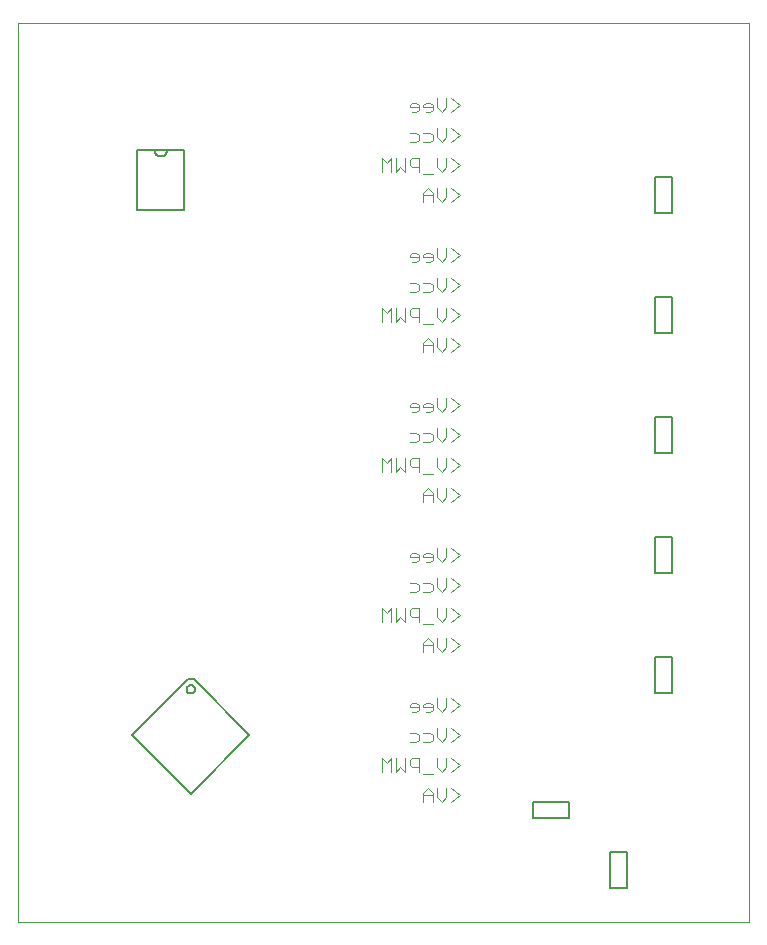
<source format=gbo>
G75*
%MOIN*%
%OFA0B0*%
%FSLAX25Y25*%
%IPPOS*%
%LPD*%
%AMOC8*
5,1,8,0,0,1.08239X$1,22.5*
%
%ADD10C,0.00000*%
%ADD11C,0.00400*%
%ADD12C,0.00600*%
%ADD13C,0.00800*%
D10*
X0001800Y0002844D02*
X0001800Y0302805D01*
X0245501Y0302805D01*
X0245501Y0002844D01*
X0001800Y0002844D01*
D11*
X0123011Y0053044D02*
X0123011Y0057648D01*
X0124546Y0056114D01*
X0126080Y0057648D01*
X0126080Y0053044D01*
X0127615Y0053044D02*
X0127615Y0057648D01*
X0130684Y0057648D02*
X0130684Y0053044D01*
X0129150Y0054579D01*
X0127615Y0053044D01*
X0132219Y0055346D02*
X0132986Y0054579D01*
X0135288Y0054579D01*
X0135288Y0053044D02*
X0135288Y0057648D01*
X0132986Y0057648D01*
X0132219Y0056881D01*
X0132219Y0055346D01*
X0136823Y0052277D02*
X0139892Y0052277D01*
X0141427Y0054579D02*
X0141427Y0057648D01*
X0141427Y0054579D02*
X0142961Y0053044D01*
X0144496Y0054579D01*
X0144496Y0057648D01*
X0146031Y0057648D02*
X0149100Y0055346D01*
X0146031Y0053044D01*
X0146031Y0047648D02*
X0149100Y0045346D01*
X0146031Y0043044D01*
X0144496Y0044579D02*
X0142961Y0043044D01*
X0141427Y0044579D01*
X0141427Y0047648D01*
X0139892Y0046114D02*
X0138358Y0047648D01*
X0136823Y0046114D01*
X0136823Y0043044D01*
X0136823Y0045346D02*
X0139892Y0045346D01*
X0139892Y0046114D02*
X0139892Y0043044D01*
X0144496Y0044579D02*
X0144496Y0047648D01*
X0142961Y0063044D02*
X0141427Y0064579D01*
X0141427Y0067648D01*
X0139125Y0066114D02*
X0139892Y0065346D01*
X0139892Y0063812D01*
X0139125Y0063044D01*
X0136823Y0063044D01*
X0135288Y0063812D02*
X0135288Y0065346D01*
X0134521Y0066114D01*
X0132219Y0066114D01*
X0132219Y0063044D02*
X0134521Y0063044D01*
X0135288Y0063812D01*
X0136823Y0066114D02*
X0139125Y0066114D01*
X0142961Y0063044D02*
X0144496Y0064579D01*
X0144496Y0067648D01*
X0146031Y0067648D02*
X0149100Y0065346D01*
X0146031Y0063044D01*
X0146031Y0073044D02*
X0149100Y0075346D01*
X0146031Y0077648D01*
X0144496Y0077648D02*
X0144496Y0074579D01*
X0142961Y0073044D01*
X0141427Y0074579D01*
X0141427Y0077648D01*
X0139892Y0075346D02*
X0139125Y0076114D01*
X0137590Y0076114D01*
X0136823Y0075346D01*
X0136823Y0074579D01*
X0139892Y0074579D01*
X0139892Y0073812D02*
X0139892Y0075346D01*
X0139892Y0073812D02*
X0139125Y0073044D01*
X0137590Y0073044D01*
X0135288Y0073812D02*
X0135288Y0075346D01*
X0134521Y0076114D01*
X0132986Y0076114D01*
X0132219Y0075346D01*
X0132219Y0074579D01*
X0135288Y0074579D01*
X0135288Y0073812D02*
X0134521Y0073044D01*
X0132986Y0073044D01*
X0136823Y0093044D02*
X0136823Y0096114D01*
X0138358Y0097648D01*
X0139892Y0096114D01*
X0139892Y0093044D01*
X0141427Y0094579D02*
X0141427Y0097648D01*
X0139892Y0095346D02*
X0136823Y0095346D01*
X0141427Y0094579D02*
X0142961Y0093044D01*
X0144496Y0094579D01*
X0144496Y0097648D01*
X0146031Y0097648D02*
X0149100Y0095346D01*
X0146031Y0093044D01*
X0146031Y0103044D02*
X0149100Y0105346D01*
X0146031Y0107648D01*
X0144496Y0107648D02*
X0144496Y0104579D01*
X0142961Y0103044D01*
X0141427Y0104579D01*
X0141427Y0107648D01*
X0142961Y0113044D02*
X0141427Y0114579D01*
X0141427Y0117648D01*
X0139125Y0116114D02*
X0139892Y0115346D01*
X0139892Y0113812D01*
X0139125Y0113044D01*
X0136823Y0113044D01*
X0135288Y0113812D02*
X0134521Y0113044D01*
X0132219Y0113044D01*
X0132219Y0116114D02*
X0134521Y0116114D01*
X0135288Y0115346D01*
X0135288Y0113812D01*
X0136823Y0116114D02*
X0139125Y0116114D01*
X0142961Y0113044D02*
X0144496Y0114579D01*
X0144496Y0117648D01*
X0146031Y0117648D02*
X0149100Y0115346D01*
X0146031Y0113044D01*
X0139892Y0102277D02*
X0136823Y0102277D01*
X0135288Y0103044D02*
X0135288Y0107648D01*
X0132986Y0107648D01*
X0132219Y0106881D01*
X0132219Y0105346D01*
X0132986Y0104579D01*
X0135288Y0104579D01*
X0130684Y0103044D02*
X0129150Y0104579D01*
X0127615Y0103044D01*
X0127615Y0107648D01*
X0126080Y0107648D02*
X0124546Y0106114D01*
X0123011Y0107648D01*
X0123011Y0103044D01*
X0126080Y0103044D02*
X0126080Y0107648D01*
X0130684Y0107648D02*
X0130684Y0103044D01*
X0132986Y0123044D02*
X0134521Y0123044D01*
X0135288Y0123812D01*
X0135288Y0125346D01*
X0134521Y0126114D01*
X0132986Y0126114D01*
X0132219Y0125346D01*
X0132219Y0124579D01*
X0135288Y0124579D01*
X0136823Y0124579D02*
X0136823Y0125346D01*
X0137590Y0126114D01*
X0139125Y0126114D01*
X0139892Y0125346D01*
X0139892Y0123812D01*
X0139125Y0123044D01*
X0137590Y0123044D01*
X0136823Y0124579D02*
X0139892Y0124579D01*
X0141427Y0124579D02*
X0141427Y0127648D01*
X0141427Y0124579D02*
X0142961Y0123044D01*
X0144496Y0124579D01*
X0144496Y0127648D01*
X0146031Y0127648D02*
X0149100Y0125346D01*
X0146031Y0123044D01*
X0146031Y0143044D02*
X0149100Y0145346D01*
X0146031Y0147648D01*
X0144496Y0147648D02*
X0144496Y0144579D01*
X0142961Y0143044D01*
X0141427Y0144579D01*
X0141427Y0147648D01*
X0139892Y0146114D02*
X0138358Y0147648D01*
X0136823Y0146114D01*
X0136823Y0143044D01*
X0136823Y0145346D02*
X0139892Y0145346D01*
X0139892Y0146114D02*
X0139892Y0143044D01*
X0139892Y0152277D02*
X0136823Y0152277D01*
X0135288Y0153044D02*
X0135288Y0157648D01*
X0132986Y0157648D01*
X0132219Y0156881D01*
X0132219Y0155346D01*
X0132986Y0154579D01*
X0135288Y0154579D01*
X0130684Y0153044D02*
X0129150Y0154579D01*
X0127615Y0153044D01*
X0127615Y0157648D01*
X0126080Y0157648D02*
X0126080Y0153044D01*
X0123011Y0153044D02*
X0123011Y0157648D01*
X0124546Y0156114D01*
X0126080Y0157648D01*
X0130684Y0157648D02*
X0130684Y0153044D01*
X0132219Y0163044D02*
X0134521Y0163044D01*
X0135288Y0163812D01*
X0135288Y0165346D01*
X0134521Y0166114D01*
X0132219Y0166114D01*
X0136823Y0166114D02*
X0139125Y0166114D01*
X0139892Y0165346D01*
X0139892Y0163812D01*
X0139125Y0163044D01*
X0136823Y0163044D01*
X0141427Y0164579D02*
X0141427Y0167648D01*
X0141427Y0164579D02*
X0142961Y0163044D01*
X0144496Y0164579D01*
X0144496Y0167648D01*
X0146031Y0167648D02*
X0149100Y0165346D01*
X0146031Y0163044D01*
X0146031Y0157648D02*
X0149100Y0155346D01*
X0146031Y0153044D01*
X0144496Y0154579D02*
X0142961Y0153044D01*
X0141427Y0154579D01*
X0141427Y0157648D01*
X0144496Y0157648D02*
X0144496Y0154579D01*
X0142961Y0173044D02*
X0141427Y0174579D01*
X0141427Y0177648D01*
X0139892Y0175346D02*
X0139125Y0176114D01*
X0137590Y0176114D01*
X0136823Y0175346D01*
X0136823Y0174579D01*
X0139892Y0174579D01*
X0139892Y0173812D02*
X0139892Y0175346D01*
X0139892Y0173812D02*
X0139125Y0173044D01*
X0137590Y0173044D01*
X0135288Y0173812D02*
X0135288Y0175346D01*
X0134521Y0176114D01*
X0132986Y0176114D01*
X0132219Y0175346D01*
X0132219Y0174579D01*
X0135288Y0174579D01*
X0135288Y0173812D02*
X0134521Y0173044D01*
X0132986Y0173044D01*
X0142961Y0173044D02*
X0144496Y0174579D01*
X0144496Y0177648D01*
X0146031Y0177648D02*
X0149100Y0175346D01*
X0146031Y0173044D01*
X0146031Y0193044D02*
X0149100Y0195346D01*
X0146031Y0197648D01*
X0144496Y0197648D02*
X0144496Y0194579D01*
X0142961Y0193044D01*
X0141427Y0194579D01*
X0141427Y0197648D01*
X0139892Y0196114D02*
X0138358Y0197648D01*
X0136823Y0196114D01*
X0136823Y0193044D01*
X0136823Y0195346D02*
X0139892Y0195346D01*
X0139892Y0196114D02*
X0139892Y0193044D01*
X0139892Y0202277D02*
X0136823Y0202277D01*
X0135288Y0203044D02*
X0135288Y0207648D01*
X0132986Y0207648D01*
X0132219Y0206881D01*
X0132219Y0205346D01*
X0132986Y0204579D01*
X0135288Y0204579D01*
X0130684Y0203044D02*
X0129150Y0204579D01*
X0127615Y0203044D01*
X0127615Y0207648D01*
X0126080Y0207648D02*
X0126080Y0203044D01*
X0123011Y0203044D02*
X0123011Y0207648D01*
X0124546Y0206114D01*
X0126080Y0207648D01*
X0130684Y0207648D02*
X0130684Y0203044D01*
X0132219Y0213044D02*
X0134521Y0213044D01*
X0135288Y0213812D01*
X0135288Y0215346D01*
X0134521Y0216114D01*
X0132219Y0216114D01*
X0136823Y0216114D02*
X0139125Y0216114D01*
X0139892Y0215346D01*
X0139892Y0213812D01*
X0139125Y0213044D01*
X0136823Y0213044D01*
X0141427Y0214579D02*
X0141427Y0217648D01*
X0141427Y0214579D02*
X0142961Y0213044D01*
X0144496Y0214579D01*
X0144496Y0217648D01*
X0146031Y0217648D02*
X0149100Y0215346D01*
X0146031Y0213044D01*
X0146031Y0207648D02*
X0149100Y0205346D01*
X0146031Y0203044D01*
X0144496Y0204579D02*
X0142961Y0203044D01*
X0141427Y0204579D01*
X0141427Y0207648D01*
X0144496Y0207648D02*
X0144496Y0204579D01*
X0142961Y0223044D02*
X0141427Y0224579D01*
X0141427Y0227648D01*
X0139892Y0225346D02*
X0139125Y0226114D01*
X0137590Y0226114D01*
X0136823Y0225346D01*
X0136823Y0224579D01*
X0139892Y0224579D01*
X0139892Y0223812D02*
X0139892Y0225346D01*
X0139892Y0223812D02*
X0139125Y0223044D01*
X0137590Y0223044D01*
X0135288Y0223812D02*
X0135288Y0225346D01*
X0134521Y0226114D01*
X0132986Y0226114D01*
X0132219Y0225346D01*
X0132219Y0224579D01*
X0135288Y0224579D01*
X0135288Y0223812D02*
X0134521Y0223044D01*
X0132986Y0223044D01*
X0142961Y0223044D02*
X0144496Y0224579D01*
X0144496Y0227648D01*
X0146031Y0227648D02*
X0149100Y0225346D01*
X0146031Y0223044D01*
X0146031Y0243044D02*
X0149100Y0245346D01*
X0146031Y0247648D01*
X0144496Y0247648D02*
X0144496Y0244579D01*
X0142961Y0243044D01*
X0141427Y0244579D01*
X0141427Y0247648D01*
X0139892Y0246114D02*
X0138358Y0247648D01*
X0136823Y0246114D01*
X0136823Y0243044D01*
X0136823Y0245346D02*
X0139892Y0245346D01*
X0139892Y0246114D02*
X0139892Y0243044D01*
X0139892Y0252277D02*
X0136823Y0252277D01*
X0135288Y0253044D02*
X0135288Y0257648D01*
X0132986Y0257648D01*
X0132219Y0256881D01*
X0132219Y0255346D01*
X0132986Y0254579D01*
X0135288Y0254579D01*
X0130684Y0253044D02*
X0129150Y0254579D01*
X0127615Y0253044D01*
X0127615Y0257648D01*
X0126080Y0257648D02*
X0124546Y0256114D01*
X0123011Y0257648D01*
X0123011Y0253044D01*
X0126080Y0253044D02*
X0126080Y0257648D01*
X0130684Y0257648D02*
X0130684Y0253044D01*
X0132219Y0263044D02*
X0134521Y0263044D01*
X0135288Y0263812D01*
X0135288Y0265346D01*
X0134521Y0266114D01*
X0132219Y0266114D01*
X0136823Y0266114D02*
X0139125Y0266114D01*
X0139892Y0265346D01*
X0139892Y0263812D01*
X0139125Y0263044D01*
X0136823Y0263044D01*
X0141427Y0264579D02*
X0141427Y0267648D01*
X0141427Y0264579D02*
X0142961Y0263044D01*
X0144496Y0264579D01*
X0144496Y0267648D01*
X0146031Y0267648D02*
X0149100Y0265346D01*
X0146031Y0263044D01*
X0146031Y0257648D02*
X0149100Y0255346D01*
X0146031Y0253044D01*
X0144496Y0254579D02*
X0142961Y0253044D01*
X0141427Y0254579D01*
X0141427Y0257648D01*
X0144496Y0257648D02*
X0144496Y0254579D01*
X0142961Y0273044D02*
X0141427Y0274579D01*
X0141427Y0277648D01*
X0139892Y0275346D02*
X0139125Y0276114D01*
X0137590Y0276114D01*
X0136823Y0275346D01*
X0136823Y0274579D01*
X0139892Y0274579D01*
X0139892Y0273812D02*
X0139892Y0275346D01*
X0139892Y0273812D02*
X0139125Y0273044D01*
X0137590Y0273044D01*
X0135288Y0273812D02*
X0135288Y0275346D01*
X0134521Y0276114D01*
X0132986Y0276114D01*
X0132219Y0275346D01*
X0132219Y0274579D01*
X0135288Y0274579D01*
X0135288Y0273812D02*
X0134521Y0273044D01*
X0132986Y0273044D01*
X0142961Y0273044D02*
X0144496Y0274579D01*
X0144496Y0277648D01*
X0146031Y0277648D02*
X0149100Y0275346D01*
X0146031Y0273044D01*
D12*
X0213997Y0251423D02*
X0213997Y0239266D01*
X0219607Y0239266D01*
X0219607Y0251423D01*
X0213997Y0251423D01*
X0213997Y0211423D02*
X0213997Y0199266D01*
X0219607Y0199266D01*
X0219607Y0211423D01*
X0213997Y0211423D01*
X0213997Y0171423D02*
X0213997Y0159266D01*
X0219607Y0159266D01*
X0219607Y0171423D01*
X0213997Y0171423D01*
X0213997Y0131423D02*
X0213997Y0119266D01*
X0219607Y0119266D01*
X0219607Y0131423D01*
X0213997Y0131423D01*
X0213997Y0091423D02*
X0213997Y0079266D01*
X0219607Y0079266D01*
X0219607Y0091423D01*
X0213997Y0091423D01*
X0185379Y0043148D02*
X0173221Y0043148D01*
X0173221Y0037537D01*
X0185379Y0037537D01*
X0185379Y0043148D01*
X0198993Y0026423D02*
X0204603Y0026423D01*
X0204603Y0014266D01*
X0198993Y0014266D01*
X0198993Y0026423D01*
X0078815Y0065344D02*
X0060288Y0083871D01*
X0058312Y0083871D01*
X0039785Y0065344D01*
X0059300Y0045829D01*
X0078815Y0065344D01*
X0057886Y0080618D02*
X0057888Y0080693D01*
X0057894Y0080767D01*
X0057904Y0080841D01*
X0057917Y0080914D01*
X0057935Y0080987D01*
X0057956Y0081058D01*
X0057981Y0081129D01*
X0058010Y0081198D01*
X0058043Y0081265D01*
X0058079Y0081330D01*
X0058118Y0081394D01*
X0058160Y0081455D01*
X0058206Y0081514D01*
X0058255Y0081571D01*
X0058307Y0081624D01*
X0058361Y0081675D01*
X0058418Y0081724D01*
X0058478Y0081768D01*
X0058540Y0081810D01*
X0058604Y0081849D01*
X0058670Y0081884D01*
X0058737Y0081915D01*
X0058807Y0081943D01*
X0058877Y0081967D01*
X0058949Y0081988D01*
X0059022Y0082004D01*
X0059095Y0082017D01*
X0059170Y0082026D01*
X0059244Y0082031D01*
X0059319Y0082032D01*
X0059393Y0082029D01*
X0059468Y0082022D01*
X0059541Y0082011D01*
X0059615Y0081997D01*
X0059687Y0081978D01*
X0059758Y0081956D01*
X0059828Y0081930D01*
X0059897Y0081900D01*
X0059963Y0081867D01*
X0060028Y0081830D01*
X0060091Y0081790D01*
X0060152Y0081746D01*
X0060210Y0081700D01*
X0060266Y0081650D01*
X0060319Y0081598D01*
X0060370Y0081543D01*
X0060417Y0081485D01*
X0060461Y0081425D01*
X0060502Y0081362D01*
X0060540Y0081298D01*
X0060574Y0081232D01*
X0060605Y0081163D01*
X0060632Y0081094D01*
X0060655Y0081023D01*
X0060674Y0080951D01*
X0060690Y0080878D01*
X0060702Y0080804D01*
X0060710Y0080730D01*
X0060714Y0080655D01*
X0060714Y0080581D01*
X0060710Y0080506D01*
X0060702Y0080432D01*
X0060690Y0080358D01*
X0060674Y0080285D01*
X0060655Y0080213D01*
X0060632Y0080142D01*
X0060605Y0080073D01*
X0060574Y0080004D01*
X0060540Y0079938D01*
X0060502Y0079874D01*
X0060461Y0079811D01*
X0060417Y0079751D01*
X0060370Y0079693D01*
X0060319Y0079638D01*
X0060266Y0079586D01*
X0060210Y0079536D01*
X0060152Y0079490D01*
X0060091Y0079446D01*
X0060028Y0079406D01*
X0059963Y0079369D01*
X0059897Y0079336D01*
X0059828Y0079306D01*
X0059758Y0079280D01*
X0059687Y0079258D01*
X0059615Y0079239D01*
X0059541Y0079225D01*
X0059468Y0079214D01*
X0059393Y0079207D01*
X0059319Y0079204D01*
X0059244Y0079205D01*
X0059170Y0079210D01*
X0059095Y0079219D01*
X0059022Y0079232D01*
X0058949Y0079248D01*
X0058877Y0079269D01*
X0058807Y0079293D01*
X0058737Y0079321D01*
X0058670Y0079352D01*
X0058604Y0079387D01*
X0058540Y0079426D01*
X0058478Y0079468D01*
X0058418Y0079512D01*
X0058361Y0079561D01*
X0058307Y0079612D01*
X0058255Y0079665D01*
X0058206Y0079722D01*
X0058160Y0079781D01*
X0058118Y0079842D01*
X0058079Y0079906D01*
X0058043Y0079971D01*
X0058010Y0080038D01*
X0057981Y0080107D01*
X0057956Y0080178D01*
X0057935Y0080249D01*
X0057917Y0080322D01*
X0057904Y0080395D01*
X0057894Y0080469D01*
X0057888Y0080543D01*
X0057886Y0080618D01*
D13*
X0057140Y0240505D02*
X0041460Y0240505D01*
X0041460Y0260184D01*
X0057140Y0260184D01*
X0057140Y0240505D01*
X0051300Y0260184D02*
X0051298Y0260096D01*
X0051292Y0260007D01*
X0051282Y0259919D01*
X0051269Y0259832D01*
X0051251Y0259745D01*
X0051230Y0259659D01*
X0051205Y0259574D01*
X0051176Y0259491D01*
X0051143Y0259408D01*
X0051107Y0259328D01*
X0051068Y0259249D01*
X0051025Y0259171D01*
X0050978Y0259096D01*
X0050928Y0259023D01*
X0050875Y0258952D01*
X0050819Y0258883D01*
X0050760Y0258817D01*
X0050698Y0258754D01*
X0050634Y0258694D01*
X0050567Y0258636D01*
X0050497Y0258582D01*
X0050425Y0258530D01*
X0050351Y0258482D01*
X0050274Y0258437D01*
X0050196Y0258396D01*
X0050116Y0258358D01*
X0050035Y0258324D01*
X0049952Y0258293D01*
X0049867Y0258266D01*
X0049782Y0258243D01*
X0049696Y0258224D01*
X0049608Y0258208D01*
X0049521Y0258196D01*
X0049433Y0258188D01*
X0049344Y0258184D01*
X0049256Y0258184D01*
X0049167Y0258188D01*
X0049079Y0258196D01*
X0048992Y0258208D01*
X0048904Y0258224D01*
X0048818Y0258243D01*
X0048733Y0258266D01*
X0048648Y0258293D01*
X0048565Y0258324D01*
X0048484Y0258358D01*
X0048404Y0258396D01*
X0048326Y0258437D01*
X0048249Y0258482D01*
X0048175Y0258530D01*
X0048103Y0258582D01*
X0048033Y0258636D01*
X0047966Y0258694D01*
X0047902Y0258754D01*
X0047840Y0258817D01*
X0047781Y0258883D01*
X0047725Y0258952D01*
X0047672Y0259023D01*
X0047622Y0259096D01*
X0047575Y0259171D01*
X0047532Y0259249D01*
X0047493Y0259328D01*
X0047457Y0259408D01*
X0047424Y0259491D01*
X0047395Y0259574D01*
X0047370Y0259659D01*
X0047349Y0259745D01*
X0047331Y0259832D01*
X0047318Y0259919D01*
X0047308Y0260007D01*
X0047302Y0260096D01*
X0047300Y0260184D01*
M02*

</source>
